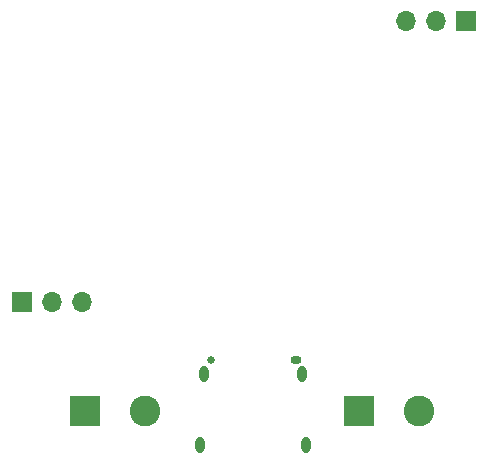
<source format=gbr>
G04 #@! TF.GenerationSoftware,KiCad,Pcbnew,5.1.4-e60b266~84~ubuntu19.04.1*
G04 #@! TF.CreationDate,2020-02-26T10:38:06+11:00*
G04 #@! TF.ProjectId,93ng-blue-aux-esp32-only,39336e67-2d62-46c7-9565-2d6175782d65,rev?*
G04 #@! TF.SameCoordinates,Original*
G04 #@! TF.FileFunction,Soldermask,Bot*
G04 #@! TF.FilePolarity,Negative*
%FSLAX46Y46*%
G04 Gerber Fmt 4.6, Leading zero omitted, Abs format (unit mm)*
G04 Created by KiCad (PCBNEW 5.1.4-e60b266~84~ubuntu19.04.1) date 2020-02-26 10:38:06*
%MOMM*%
%LPD*%
G04 APERTURE LIST*
%ADD10O,0.800000X1.400000*%
%ADD11O,0.950000X0.650000*%
%ADD12C,0.650000*%
%ADD13C,2.600000*%
%ADD14R,2.600000X2.600000*%
%ADD15R,1.700000X1.700000*%
%ADD16O,1.700000X1.700000*%
G04 APERTURE END LIST*
D10*
X190870000Y-113140000D03*
X199130000Y-113140000D03*
X199490000Y-119090000D03*
X190510000Y-119090000D03*
D11*
X198600000Y-111890000D03*
D12*
X191400000Y-111890000D03*
D13*
X185830000Y-116200000D03*
D14*
X180750000Y-116200000D03*
X204000000Y-116200000D03*
D13*
X209080000Y-116200000D03*
D15*
X175400000Y-107000000D03*
D16*
X177940000Y-107000000D03*
X180480000Y-107000000D03*
D15*
X213000000Y-83200000D03*
D16*
X210460000Y-83200000D03*
X207920000Y-83200000D03*
M02*

</source>
